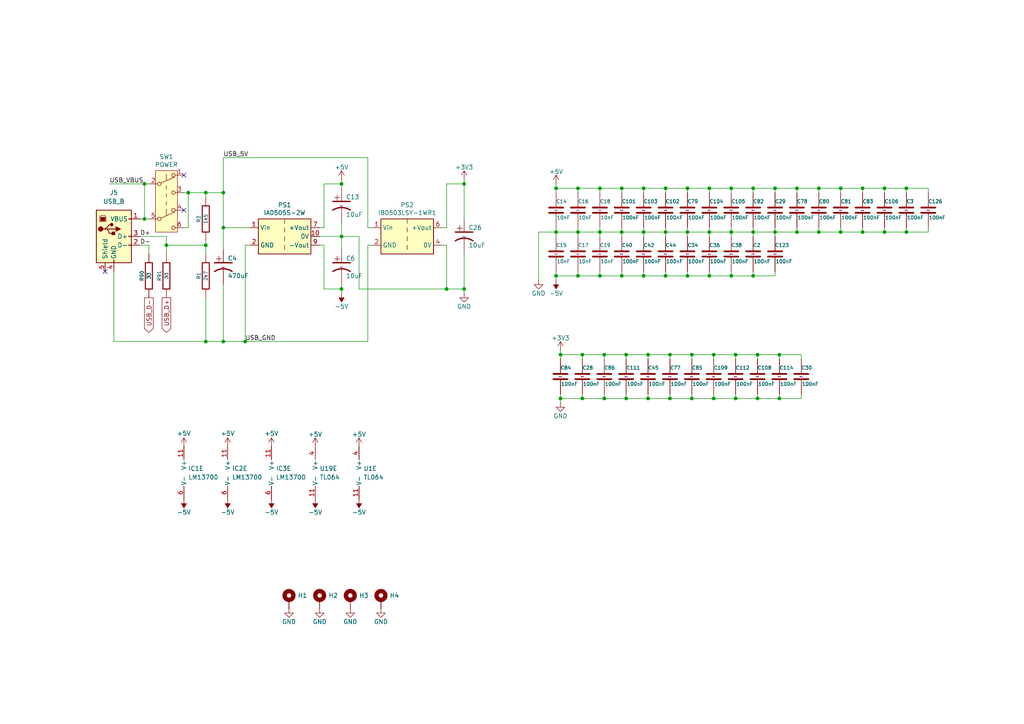
<source format=kicad_sch>
(kicad_sch (version 20231120) (generator "eeschema") (generator_version "8.0")
  (paper "A4")
  (lib_symbols
    (symbol "Additional:C" (pin_numbers hide) (pin_names (offset 0.254))
      (property "Reference" "C" (at 0 2.54 0))
      (property "Datasheet" "~" (at 0 0 0))
      (symbol "C_1_1"
        (pin passive line (at 0 5.08 270) (length 4.318) (name "~") (number "1"))
        (pin passive line (at 0 -5.08 90) (length 4.318) (name "~") (number "2"))
      )
    )
    (symbol "Additional:CP" (pin_numbers hide) (pin_names (offset 0.254) hide)
      (property "Reference" "C" (at 1.27 2.54 0))
      (property "Datasheet" "~" (at 0 0 0))
      (symbol "CP_0_0"
        (text "+" (at -1.27 2.54 0) (effects (font (size 2.032 2.032))))
      )
      (symbol "CP_1_1"
        (pin passive line (at 0 5.08 270) (length 3.81) (name "~") (number "1"))
        (pin passive line (at 0 -5.08 90) (length 4.572) (name "~") (number "2"))
      )
    )
    (symbol "Additional:IA0505S-2W"
      (property "Reference" "PS1" (at 0 10.16 0))
      (property "Value" "IA0505S-2W" (at 0 7.62 0))
      (symbol "IA0505S-2W_1_0"
        (pin power_in line (at -10.16 2.54 0) (length 2.54) (name "Vin") (number "1"))
        (pin power_out line (at 10.16 0 180) (length 2.54) (name "0V") (number "10"))
        (pin power_in line (at -10.16 -2.54 0) (length 2.54) (name "GND") (number "2"))
        (pin power_out line (at 10.16 2.54 180) (length 2.54) (name "+Vout") (number "7"))
        (pin power_out line (at 10.16 -2.54 180) (length 2.54) (name "-Vout") (number "9"))
      )
    )
    (symbol "Additional:IB0503LSY-1WR1"
      (property "Reference" "PS" (at 0 10.16 0))
      (property "Value" "IB0503LSY-1WR1" (at 0 7.62 0))
      (symbol "IB0503LSY-1WR1_1_0"
        (pin power_in line (at -10.16 2.54 0) (length 2.54) (name "Vin") (number "1"))
        (pin power_in line (at -10.16 -2.54 0) (length 2.54) (name "GND") (number "2"))
        (pin power_out line (at 10.16 -2.54 180) (length 2.54) (name "0V") (number "4"))
        (pin power_out line (at 10.16 2.54 180) (length 2.54) (name "+Vout") (number "6"))
      )
    )
    (symbol "Additional:R" (pin_numbers hide) (pin_names (offset 0))
      (property "Reference" "R" (at 2.032 0 90))
      (property "Datasheet" "~" (at 0 0 0))
      (symbol "R_1_1"
        (pin passive line (at 0 6.35 270) (length 2.54) (name "~") (number "1"))
        (pin passive line (at 0 -6.35 90) (length 2.54) (name "~") (number "2"))
      )
    )
    (symbol "Amplifier_Operational:LM13700" (pin_names (offset 0.127))
      (property "Reference" "U" (at 3.81 5.08 0))
      (property "Value" "LM13700" (at 5.08 -5.08 0))
      (symbol "LM13700_1_1"
        (pin output line (at 7.62 0 180) (length 2.54) (name "~") (number "12"))
        (pin input line (at -7.62 2.54 0) (length 2.54) (name "-") (number "13"))
        (pin input line (at -7.62 -2.54 0) (length 2.54) (name "+") (number "14"))
        (pin input line (at -7.62 0 0) (length 2.54) (name "DIODE_BIAS") (number "15"))
        (pin input line (at 7.62 -2.54 180) (length 2.54) (name "~") (number "16"))
      )
      (symbol "LM13700_2_1"
        (text "V+" (at -2.54 3.81 0) (effects (font (size 1.27 1.27))))
        (pin input line (at -7.62 0 0) (length 3.81) (name "~") (number "10"))
        (pin output line (at 2.54 -2.54 180) (length 3.81) (name "~") (number "9"))
      )
      (symbol "LM13700_3_1"
        (pin input line (at 7.62 -2.54 180) (length 2.54) (name "~") (number "1"))
        (pin input line (at -7.62 0 0) (length 2.54) (name "DIODE_BIAS") (number "2"))
        (pin input line (at -7.62 -2.54 0) (length 2.54) (name "+") (number "3"))
        (pin input line (at -7.62 2.54 0) (length 2.54) (name "-") (number "4"))
        (pin output line (at 7.62 0 180) (length 2.54) (name "~") (number "5"))
      )
      (symbol "LM13700_4_0"
        (text "V+" (at -2.54 3.81 0) (effects (font (size 1.27 1.27))))
      )
      (symbol "LM13700_4_1"
        (pin input line (at -7.62 0 0) (length 3.81) (name "~") (number "7"))
        (pin output line (at 2.54 -2.54 180) (length 3.81) (name "~") (number "8"))
      )
      (symbol "LM13700_5_1"
        (pin power_in line (at -2.54 7.62 270) (length 3.81) (name "V+") (number "11"))
        (pin power_in line (at -2.54 -7.62 90) (length 3.81) (name "V-") (number "6"))
      )
    )
    (symbol "Amplifier_Operational:TL064" (pin_names (offset 0.127))
      (property "Reference" "U" (at 0 5.08 0))
      (property "Value" "TL064" (at 0 -5.08 0))
      (symbol "TL064_1_1"
        (pin output line (at 7.62 0 180) (length 2.54) (name "~") (number "1"))
        (pin input line (at -7.62 -2.54 0) (length 2.54) (name "-") (number "2"))
        (pin input line (at -7.62 2.54 0) (length 2.54) (name "+") (number "3"))
      )
      (symbol "TL064_2_1"
        (pin input line (at -7.62 2.54 0) (length 2.54) (name "+") (number "5"))
        (pin input line (at -7.62 -2.54 0) (length 2.54) (name "-") (number "6"))
        (pin output line (at 7.62 0 180) (length 2.54) (name "~") (number "7"))
      )
      (symbol "TL064_3_1"
        (pin input line (at -7.62 2.54 0) (length 2.54) (name "+") (number "10"))
        (pin output line (at 7.62 0 180) (length 2.54) (name "~") (number "8"))
        (pin input line (at -7.62 -2.54 0) (length 2.54) (name "-") (number "9"))
      )
      (symbol "TL064_4_1"
        (pin input line (at -7.62 2.54 0) (length 2.54) (name "+") (number "12"))
        (pin input line (at -7.62 -2.54 0) (length 2.54) (name "-") (number "13"))
        (pin output line (at 7.62 0 180) (length 2.54) (name "~") (number "14"))
      )
      (symbol "TL064_5_1"
        (pin power_in line (at -2.54 -7.62 90) (length 3.81) (name "V-") (number "11"))
        (pin power_in line (at -2.54 7.62 270) (length 3.81) (name "V+") (number "4"))
      )
    )
    (symbol "Connector:USB_B" (pin_names (offset 1.016))
      (property "Reference" "J" (at -5.08 11.43 0))
      (property "Value" "USB_B" (at -5.08 8.89 0))
      (symbol "USB_B_1_1"
        (pin power_out line (at 7.62 5.08 180) (length 2.54) (name "VBUS") (number "1"))
        (pin bidirectional line (at 7.62 -2.54 180) (length 2.54) (name "D-") (number "2"))
        (pin bidirectional line (at 7.62 0 180) (length 2.54) (name "D+") (number "3"))
        (pin power_out line (at 0 -10.16 90) (length 2.54) (name "GND") (number "4"))
        (pin passive line (at -2.54 -10.16 90) (length 2.54) (name "Shield") (number "5"))
      )
    )
    (symbol "Mechanical:MountingHole_Pad" (pin_numbers hide) (pin_names (offset 1.016) hide) (exclude_from_sim yes) (in_bom no)
      (property "Reference" "H" (at 0 6.35 0))
      (property "Value" "MountingHole_Pad" (at 0 4.445 0))
      (symbol "MountingHole_Pad_1_1"
        (pin input line (at 0 -2.54 90) (length 2.54) (name "1") (number "1"))
      )
    )
    (symbol "Switch:SW_Push_DPDT" (pin_names (offset 0) hide)
      (property "Reference" "SW" (at 0 10.16 0))
      (property "Value" "SW_Push_DPDT" (at 0 -10.16 0))
      (symbol "SW_Push_DPDT_1_1"
        (pin passive line (at 5.08 7.62 180) (length 2.54) (name "A") (number "1"))
        (pin passive line (at -5.08 5.08 0) (length 2.54) (name "B") (number "2"))
        (pin passive line (at 5.08 2.54 180) (length 2.54) (name "C") (number "3"))
        (pin passive line (at 5.08 -2.54 180) (length 2.54) (name "A") (number "4"))
        (pin passive line (at -5.08 -5.08 0) (length 2.54) (name "B") (number "5"))
        (pin passive line (at 5.08 -7.62 180) (length 2.54) (name "C") (number "6"))
      )
    )
    (symbol "power:+3V3" (power) (pin_numbers hide) (pin_names (offset 0) hide)
      (property "Value" "+3V3" (at 0 3.556 0))
      (symbol "+3V3_1_1"
        (pin power_in line (at 0 0 90) (length 0) (name "~") (number "1"))
      )
    )
    (symbol "power:+5V" (power) (pin_numbers hide) (pin_names (offset 0) hide)
      (property "Value" "+5V" (at 0 3.556 0))
      (symbol "+5V_1_1"
        (pin power_in line (at 0 0 90) (length 0) (name "~") (number "1"))
      )
    )
    (symbol "power:-5V" (power) (pin_numbers hide) (pin_names (offset 0) hide)
      (property "Value" "-5V" (at 0 3.556 0))
      (symbol "-5V_0_0"
        (pin power_in line (at 0 0 90) (length 0) (name "~") (number "1"))
      )
    )
    (symbol "power:GND" (power) (pin_numbers hide) (pin_names (offset 0) hide)
      (property "Value" "GND" (at 0 -3.81 0))
      (symbol "GND_1_1"
        (pin power_in line (at 0 0 270) (length 0) (name "~") (number "1"))
      )
    )
  )
  (junction (at 186.69 67.31))
  (junction (at 256.54 54.61))
  (junction (at 173.99 67.31))
  (junction (at 199.39 80.01))
  (junction (at 224.79 67.31))
  (junction (at 134.62 83.82))
  (junction (at 186.69 54.61))
  (junction (at 212.09 54.61))
  (junction (at 48.26 71.12))
  (junction (at 243.84 54.61))
  (junction (at 175.26 115.57))
  (junction (at 219.71 102.87))
  (junction (at 205.74 80.01))
  (junction (at 205.74 67.31))
  (junction (at 226.06 102.87))
  (junction (at 180.34 54.61))
  (junction (at 64.77 99.06))
  (junction (at 129.54 83.82))
  (junction (at 54.61 55.88))
  (junction (at 167.64 67.31))
  (junction (at 219.71 115.57))
  (junction (at 186.69 80.01))
  (junction (at 194.31 102.87))
  (junction (at 224.79 54.61))
  (junction (at 181.61 102.87))
  (junction (at 218.44 80.01))
  (junction (at 237.49 54.61))
  (junction (at 200.66 115.57))
  (junction (at 226.06 115.57))
  (junction (at 99.06 68.58))
  (junction (at 194.31 115.57))
  (junction (at 161.29 80.01))
  (junction (at 262.89 67.31))
  (junction (at 218.44 67.31))
  (junction (at 173.99 54.61))
  (junction (at 59.69 71.12))
  (junction (at 193.04 67.31))
  (junction (at 200.66 102.87))
  (junction (at 187.96 115.57))
  (junction (at 99.06 53.34))
  (junction (at 243.84 67.31))
  (junction (at 212.09 80.01))
  (junction (at 181.61 115.57))
  (junction (at 218.44 54.61))
  (junction (at 180.34 80.01))
  (junction (at 205.74 54.61))
  (junction (at 64.77 66.04))
  (junction (at 250.19 67.31))
  (junction (at 173.99 80.01))
  (junction (at 207.01 102.87))
  (junction (at 207.01 115.57))
  (junction (at 193.04 54.61))
  (junction (at 59.69 99.06))
  (junction (at 213.36 115.57))
  (junction (at 231.14 54.61))
  (junction (at 162.56 115.57))
  (junction (at 161.29 67.31))
  (junction (at 199.39 67.31))
  (junction (at 175.26 102.87))
  (junction (at 59.69 55.88))
  (junction (at 256.54 67.31))
  (junction (at 231.14 67.31))
  (junction (at 41.91 63.5))
  (junction (at 134.62 53.34))
  (junction (at 167.64 80.01))
  (junction (at 41.91 53.34))
  (junction (at 193.04 80.01))
  (junction (at 168.91 102.87))
  (junction (at 250.19 54.61))
  (junction (at 199.39 54.61))
  (junction (at 180.34 67.31))
  (junction (at 162.56 102.87))
  (junction (at 212.09 67.31))
  (junction (at 99.06 83.82))
  (junction (at 262.89 54.61))
  (junction (at 161.29 54.61))
  (junction (at 71.12 99.06))
  (junction (at 237.49 67.31))
  (junction (at 167.64 54.61))
  (junction (at 187.96 102.87))
  (junction (at 64.77 55.88))
  (junction (at 168.91 115.57))
  (junction (at 213.36 102.87))
  (no_connect (at 53.34 50.8))
  (no_connect (at 53.34 60.96))
  (no_connect (at 30.48 78.74))
  (wire (pts (xy 167.64 67.31) (xy 173.99 67.31)))
  (wire (pts (xy 199.39 54.61) (xy 199.39 55.88)))
  (wire (pts (xy 71.12 71.12) (xy 71.12 99.06)))
  (wire (pts (xy 212.09 54.61) (xy 218.44 54.61)))
  (wire (pts (xy 64.77 66.04) (xy 72.39 66.04)))
  (wire (pts (xy 64.77 55.88) (xy 64.77 45.72)))
  (wire (pts (xy 200.66 115.57) (xy 200.66 114.3)))
  (wire (pts (xy 237.49 67.31) (xy 243.84 67.31)))
  (wire (pts (xy 134.62 73.66) (xy 134.62 83.82)))
  (wire (pts (xy 207.01 104.14) (xy 207.01 102.87)))
  (wire (pts (xy 168.91 102.87) (xy 175.26 102.87)))
  (wire (pts (xy 99.06 83.82) (xy 99.06 85.09)))
  (wire (pts (xy 173.99 80.01) (xy 180.34 80.01)))
  (wire (pts (xy 226.06 115.57) (xy 226.06 114.3)))
  (wire (pts (xy 64.77 55.88) (xy 64.77 66.04)))
  (wire (pts (xy 48.26 71.12) (xy 59.69 71.12)))
  (wire (pts (xy 64.77 45.72) (xy 106.68 45.72)))
  (wire (pts (xy 180.34 54.61) (xy 180.34 55.88)))
  (wire (pts (xy 199.39 67.31) (xy 205.74 67.31)))
  (wire (pts (xy 193.04 67.31) (xy 193.04 66.04)))
  (wire (pts (xy 134.62 52.07) (xy 134.62 53.34)))
  (wire (pts (xy 104.14 68.58) (xy 104.14 83.82)))
  (wire (pts (xy 250.19 67.31) (xy 256.54 67.31)))
  (wire (pts (xy 180.34 67.31) (xy 186.69 67.31)))
  (wire (pts (xy 194.31 115.57) (xy 200.66 115.57)))
  (wire (pts (xy 180.34 67.31) (xy 180.34 68.58)))
  (wire (pts (xy 186.69 67.31) (xy 186.69 66.04)))
  (wire (pts (xy 218.44 54.61) (xy 224.79 54.61)))
  (wire (pts (xy 224.79 67.31) (xy 231.14 67.31)))
  (wire (pts (xy 106.68 71.12) (xy 107.95 71.12)))
  (wire (pts (xy 207.01 102.87) (xy 213.36 102.87)))
  (wire (pts (xy 212.09 67.31) (xy 212.09 66.04)))
  (wire (pts (xy 194.31 115.57) (xy 194.31 114.3)))
  (wire (pts (xy 129.54 71.12) (xy 129.54 83.82)))
  (wire (pts (xy 256.54 66.04) (xy 256.54 67.31)))
  (wire (pts (xy 213.36 102.87) (xy 213.36 104.14)))
  (wire (pts (xy 181.61 102.87) (xy 181.61 104.14)))
  (wire (pts (xy 226.06 104.14) (xy 226.06 102.87)))
  (wire (pts (xy 162.56 101.6) (xy 162.56 102.87)))
  (wire (pts (xy 161.29 54.61) (xy 167.64 54.61)))
  (wire (pts (xy 186.69 67.31) (xy 186.69 68.58)))
  (wire (pts (xy 99.06 52.07) (xy 99.06 53.34)))
  (wire (pts (xy 213.36 102.87) (xy 219.71 102.87)))
  (wire (pts (xy 173.99 67.31) (xy 173.99 68.58)))
  (wire (pts (xy 168.91 115.57) (xy 175.26 115.57)))
  (wire (pts (xy 269.24 55.88) (xy 269.24 54.61)))
  (wire (pts (xy 64.77 82.55) (xy 64.77 99.06)))
  (wire (pts (xy 205.74 54.61) (xy 212.09 54.61)))
  (wire (pts (xy 219.71 115.57) (xy 226.06 115.57)))
  (wire (pts (xy 224.79 54.61) (xy 231.14 54.61)))
  (wire (pts (xy 59.69 86.36) (xy 59.69 99.06)))
  (wire (pts (xy 205.74 54.61) (xy 205.74 55.88)))
  (wire (pts (xy 193.04 80.01) (xy 193.04 78.74)))
  (wire (pts (xy 175.26 115.57) (xy 175.26 114.3)))
  (wire (pts (xy 256.54 54.61) (xy 250.19 54.61)))
  (wire (pts (xy 231.14 66.04) (xy 231.14 67.31)))
  (wire (pts (xy 224.79 67.31) (xy 224.79 66.04)))
  (wire (pts (xy 193.04 67.31) (xy 199.39 67.31)))
  (wire (pts (xy 92.71 66.04) (xy 93.98 66.04)))
  (wire (pts (xy 59.69 69.85) (xy 59.69 71.12)))
  (wire (pts (xy 231.14 54.61) (xy 237.49 54.61)))
  (wire (pts (xy 224.79 67.31) (xy 224.79 68.58)))
  (wire (pts (xy 256.54 55.88) (xy 256.54 54.61)))
  (wire (pts (xy 218.44 54.61) (xy 218.44 55.88)))
  (wire (pts (xy 54.61 55.88) (xy 54.61 66.04)))
  (wire (pts (xy 199.39 67.31) (xy 199.39 66.04)))
  (wire (pts (xy 71.12 99.06) (xy 106.68 99.06)))
  (wire (pts (xy 200.66 102.87) (xy 200.66 104.14)))
  (wire (pts (xy 212.09 67.31) (xy 212.09 68.58)))
  (wire (pts (xy 237.49 66.04) (xy 237.49 67.31)))
  (wire (pts (xy 186.69 80.01) (xy 186.69 78.74)))
  (wire (pts (xy 41.91 63.5) (xy 43.18 63.5)))
  (wire (pts (xy 33.02 78.74) (xy 33.02 99.06)))
  (wire (pts (xy 173.99 66.04) (xy 173.99 67.31)))
  (wire (pts (xy 161.29 53.34) (xy 161.29 54.61)))
  (wire (pts (xy 48.26 68.58) (xy 40.64 68.58)))
  (wire (pts (xy 99.06 68.58) (xy 99.06 72.39)))
  (wire (pts (xy 64.77 99.06) (xy 59.69 99.06)))
  (wire (pts (xy 194.31 102.87) (xy 194.31 104.14)))
  (wire (pts (xy 31.75 53.34) (xy 41.91 53.34)))
  (wire (pts (xy 173.99 67.31) (xy 180.34 67.31)))
  (wire (pts (xy 213.36 115.57) (xy 213.36 114.3)))
  (wire (pts (xy 43.18 53.34) (xy 41.91 53.34)))
  (wire (pts (xy 33.02 99.06) (xy 59.69 99.06)))
  (wire (pts (xy 243.84 54.61) (xy 250.19 54.61)))
  (wire (pts (xy 167.64 54.61) (xy 173.99 54.61)))
  (wire (pts (xy 212.09 67.31) (xy 218.44 67.31)))
  (wire (pts (xy 205.74 67.31) (xy 212.09 67.31)))
  (wire (pts (xy 218.44 78.74) (xy 218.44 80.01)))
  (wire (pts (xy 92.71 68.58) (xy 99.06 68.58)))
  (wire (pts (xy 134.62 53.34) (xy 134.62 63.5)))
  (wire (pts (xy 156.21 67.31) (xy 161.29 67.31)))
  (wire (pts (xy 194.31 102.87) (xy 200.66 102.87)))
  (wire (pts (xy 156.21 81.28) (xy 156.21 67.31)))
  (wire (pts (xy 213.36 115.57) (xy 219.71 115.57)))
  (wire (pts (xy 64.77 99.06) (xy 71.12 99.06)))
  (wire (pts (xy 262.89 54.61) (xy 262.89 55.88)))
  (wire (pts (xy 134.62 83.82) (xy 134.62 85.09)))
  (wire (pts (xy 219.71 114.3) (xy 219.71 115.57)))
  (wire (pts (xy 161.29 54.61) (xy 161.29 55.88)))
  (wire (pts (xy 162.56 114.3) (xy 162.56 115.57)))
  (wire (pts (xy 64.77 55.88) (xy 59.69 55.88)))
  (wire (pts (xy 232.41 102.87) (xy 232.41 104.14)))
  (wire (pts (xy 193.04 67.31) (xy 193.04 68.58)))
  (wire (pts (xy 59.69 73.66) (xy 59.69 71.12)))
  (wire (pts (xy 224.79 78.74) (xy 224.79 80.01)))
  (wire (pts (xy 199.39 78.74) (xy 199.39 80.01)))
  (wire (pts (xy 161.29 67.31) (xy 167.64 67.31)))
  (wire (pts (xy 53.34 55.88) (xy 54.61 55.88)))
  (wire (pts (xy 250.19 66.04) (xy 250.19 67.31)))
  (wire (pts (xy 173.99 54.61) (xy 173.99 55.88)))
  (wire (pts (xy 186.69 67.31) (xy 193.04 67.31)))
  (wire (pts (xy 226.06 115.57) (xy 232.41 115.57)))
  (wire (pts (xy 205.74 80.01) (xy 212.09 80.01)))
  (wire (pts (xy 187.96 115.57) (xy 194.31 115.57)))
  (wire (pts (xy 162.56 115.57) (xy 162.56 116.84)))
  (wire (pts (xy 193.04 80.01) (xy 199.39 80.01)))
  (wire (pts (xy 175.26 115.57) (xy 181.61 115.57)))
  (wire (pts (xy 181.61 115.57) (xy 181.61 114.3)))
  (wire (pts (xy 92.71 71.12) (xy 93.98 71.12)))
  (wire (pts (xy 180.34 54.61) (xy 186.69 54.61)))
  (wire (pts (xy 175.26 102.87) (xy 175.26 104.14)))
  (wire (pts (xy 161.29 78.74) (xy 161.29 80.01)))
  (wire (pts (xy 180.34 80.01) (xy 180.34 78.74)))
  (wire (pts (xy 43.18 71.12) (xy 43.18 73.66)))
  (wire (pts (xy 93.98 71.12) (xy 93.98 83.82)))
  (wire (pts (xy 106.68 66.04) (xy 107.95 66.04)))
  (wire (pts (xy 167.64 78.74) (xy 167.64 80.01)))
  (wire (pts (xy 173.99 80.01) (xy 173.99 78.74)))
  (wire (pts (xy 40.64 63.5) (xy 41.91 63.5)))
  (wire (pts (xy 187.96 104.14) (xy 187.96 102.87)))
  (wire (pts (xy 187.96 115.57) (xy 187.96 114.3)))
  (wire (pts (xy 226.06 102.87) (xy 232.41 102.87)))
  (wire (pts (xy 161.29 67.31) (xy 161.29 68.58)))
  (wire (pts (xy 186.69 54.61) (xy 193.04 54.61)))
  (wire (pts (xy 181.61 115.57) (xy 187.96 115.57)))
  (wire (pts (xy 250.19 54.61) (xy 250.19 55.88)))
  (wire (pts (xy 93.98 66.04) (xy 93.98 53.34)))
  (wire (pts (xy 93.98 83.82) (xy 99.06 83.82)))
  (wire (pts (xy 224.79 54.61) (xy 224.79 55.88)))
  (wire (pts (xy 48.26 68.58) (xy 48.26 71.12)))
  (wire (pts (xy 53.34 66.04) (xy 54.61 66.04)))
  (wire (pts (xy 180.34 67.31) (xy 180.34 66.04)))
  (wire (pts (xy 218.44 80.01) (xy 224.79 80.01)))
  (wire (pts (xy 207.01 115.57) (xy 213.36 115.57)))
  (wire (pts (xy 186.69 80.01) (xy 193.04 80.01)))
  (wire (pts (xy 161.29 80.01) (xy 161.29 81.28)))
  (wire (pts (xy 199.39 80.01) (xy 205.74 80.01)))
  (wire (pts (xy 199.39 54.61) (xy 205.74 54.61)))
  (wire (pts (xy 205.74 78.74) (xy 205.74 80.01)))
  (wire (pts (xy 269.24 67.31) (xy 262.89 67.31)))
  (wire (pts (xy 269.24 66.04) (xy 269.24 67.31)))
  (wire (pts (xy 72.39 71.12) (xy 71.12 71.12)))
  (wire (pts (xy 168.91 115.57) (xy 168.91 114.3)))
  (wire (pts (xy 64.77 66.04) (xy 64.77 72.39)))
  (wire (pts (xy 207.01 115.57) (xy 207.01 114.3)))
  (wire (pts (xy 187.96 102.87) (xy 194.31 102.87)))
  (wire (pts (xy 205.74 67.31) (xy 205.74 68.58)))
  (wire (pts (xy 262.89 54.61) (xy 256.54 54.61)))
  (wire (pts (xy 161.29 80.01) (xy 167.64 80.01)))
  (wire (pts (xy 167.64 66.04) (xy 167.64 67.31)))
  (wire (pts (xy 218.44 67.31) (xy 218.44 66.04)))
  (wire (pts (xy 167.64 80.01) (xy 173.99 80.01)))
  (wire (pts (xy 93.98 53.34) (xy 99.06 53.34)))
  (wire (pts (xy 129.54 66.04) (xy 129.54 53.34)))
  (wire (pts (xy 219.71 102.87) (xy 219.71 104.14)))
  (wire (pts (xy 243.84 54.61) (xy 243.84 55.88)))
  (wire (pts (xy 219.71 102.87) (xy 226.06 102.87)))
  (wire (pts (xy 181.61 102.87) (xy 187.96 102.87)))
  (wire (pts (xy 106.68 45.72) (xy 106.68 66.04)))
  (wire (pts (xy 186.69 54.61) (xy 186.69 55.88)))
  (wire (pts (xy 231.14 55.88) (xy 231.14 54.61)))
  (wire (pts (xy 243.84 67.31) (xy 250.19 67.31)))
  (wire (pts (xy 162.56 115.57) (xy 168.91 115.57)))
  (wire (pts (xy 173.99 54.61) (xy 180.34 54.61)))
  (wire (pts (xy 167.64 54.61) (xy 167.64 55.88)))
  (wire (pts (xy 180.34 80.01) (xy 186.69 80.01)))
  (wire (pts (xy 99.06 64.77) (xy 99.06 68.58)))
  (wire (pts (xy 237.49 54.61) (xy 243.84 54.61)))
  (wire (pts (xy 232.41 115.57) (xy 232.41 114.3)))
  (wire (pts (xy 168.91 104.14) (xy 168.91 102.87)))
  (wire (pts (xy 218.44 67.31) (xy 224.79 67.31)))
  (wire (pts (xy 231.14 67.31) (xy 237.49 67.31)))
  (wire (pts (xy 54.61 55.88) (xy 59.69 55.88)))
  (wire (pts (xy 41.91 53.34) (xy 41.91 63.5)))
  (wire (pts (xy 161.29 66.04) (xy 161.29 67.31)))
  (wire (pts (xy 162.56 102.87) (xy 168.91 102.87)))
  (wire (pts (xy 262.89 67.31) (xy 256.54 67.31)))
  (wire (pts (xy 200.66 102.87) (xy 207.01 102.87)))
  (wire (pts (xy 99.06 82.55) (xy 99.06 83.82)))
  (wire (pts (xy 99.06 53.34) (xy 99.06 54.61)))
  (wire (pts (xy 104.14 83.82) (xy 129.54 83.82)))
  (wire (pts (xy 218.44 80.01) (xy 212.09 80.01)))
  (wire (pts (xy 99.06 68.58) (xy 104.14 68.58)))
  (wire (pts (xy 106.68 99.06) (xy 106.68 71.12)))
  (wire (pts (xy 218.44 67.31) (xy 218.44 68.58)))
  (wire (pts (xy 128.27 66.04) (xy 129.54 66.04)))
  (wire (pts (xy 129.54 53.34) (xy 134.62 53.34)))
  (wire (pts (xy 200.66 115.57) (xy 207.01 115.57)))
  (wire (pts (xy 43.18 71.12) (xy 40.64 71.12)))
  (wire (pts (xy 162.56 102.87) (xy 162.56 104.14)))
  (wire (pts (xy 167.64 67.31) (xy 167.64 68.58)))
  (wire (pts (xy 262.89 66.04) (xy 262.89 67.31)))
  (wire (pts (xy 199.39 67.31) (xy 199.39 68.58)))
  (wire (pts (xy 237.49 54.61) (xy 237.49 55.88)))
  (wire (pts (xy 212.09 54.61) (xy 212.09 55.88)))
  (wire (pts (xy 193.04 54.61) (xy 193.04 55.88)))
  (wire (pts (xy 59.69 55.88) (xy 59.69 57.15)))
  (wire (pts (xy 269.24 54.61) (xy 262.89 54.61)))
  (wire (pts (xy 128.27 71.12) (xy 129.54 71.12)))
  (wire (pts (xy 212.09 78.74) (xy 212.09 80.01)))
  (wire (pts (xy 193.04 54.61) (xy 199.39 54.61)))
  (wire (pts (xy 48.26 71.12) (xy 48.26 73.66)))
  (wire (pts (xy 205.74 67.31) (xy 205.74 66.04)))
  (wire (pts (xy 175.26 102.87) (xy 181.61 102.87)))
  (wire (pts (xy 129.54 83.82) (xy 134.62 83.82)))
  (wire (pts (xy 243.84 66.04) (xy 243.84 67.31)))
  (label "USB_GND" (at 71.12 99.06 0))
  (label "USB_5V" (at 64.77 45.72 0))
  (label "D-" (at 40.64 71.12 0))
  (label "USB_VBUS" (at 31.75 53.34 0))
  (label "D+" (at 40.64 68.58 0))
  (global_label "USB_D+" (shape output) (at 48.26 86.36 270) (property "Intersheetrefs" "${INTERSHEET_REFS}" (effects (hide yes))))
  (global_label "USB_D-" (shape output) (at 43.18 86.36 270) (property "Intersheetrefs" "${INTERSHEET_REFS}" (effects (hide yes))))
  (symbol (lib_id "Additional:C") (at 173.99 73.66 0) (unit 1)
    (property "Reference" "C19" (at 173.99 71.12 0) (effects (font (size 1.016 1.016)) (justify left)))
    (property "Value" "10nF" (at 174.1424 75.819 0) (effects (font (size 1.016 1.016)) (justify left)))
    (property "Footprint" "Capacitor_SMD:C_0805_2012Metric" (effects (hide yes)))
    (property "Datasheet" "~" (at 173.99 73.66 0) (effects (font (size 1.524 1.524))))
    (property "LCSC" "C1710" (effects (hide yes)))
  )
  (symbol (lib_id "Additional:C") (at 173.99 60.96 0) (unit 1)
    (property "Reference" "C18" (at 173.99 58.42 0) (effects (font (size 1.016 1.016)) (justify left)))
    (property "Value" "10nF" (at 174.1424 63.119 0) (effects (font (size 1.016 1.016)) (justify left)))
    (property "Footprint" "Capacitor_SMD:C_0805_2012Metric" (effects (hide yes)))
    (property "Datasheet" "~" (at 173.99 60.96 0) (effects (font (size 1.524 1.524))))
    (property "LCSC" "C1710" (effects (hide yes)))
  )
  (symbol (lib_id "Additional:CP") (at 134.62 68.58 0) (unit 1)
    (property "Reference" "C26" (at 135.89 66.04 0) (effects (justify left)))
    (property "Value" "10uF" (at 135.89 71.12 0) (effects (justify left)))
    (property "Footprint" "Capacitor_Tantalum_SMD:CP_EIA-3216-18_Kemet-A" (effects (hide yes)))
    (property "Datasheet" "~" (at 134.62 68.58 0) (effects (font (size 1.524 1.524))))
    (property "LCSC" "C7171" (effects (hide yes)))
  )
  (symbol (lib_id "power:+5V") (at 99.06 52.07 0) (unit 1)
    (property "Reference" "#PWR010" (effects (hide yes)))
    (property "Value" "+5V" (at 99.06 48.514 0))
    (property "Description" "Power symbol creates a global label with name \"+5V\"" (effects (hide yes)))
  )
  (symbol (lib_id "Additional:C") (at 207.01 109.22 0) (unit 1)
    (property "Reference" "C109" (at 207.01 106.68 0) (effects (font (size 1.016 1.016)) (justify left)))
    (property "Value" "100nF" (at 207.1624 111.379 0) (effects (font (size 1.016 1.016)) (justify left)))
    (property "Footprint" "Capacitor_SMD:C_0805_2012Metric" (effects (hide yes)))
    (property "Datasheet" "~" (at 207.01 109.22 0) (effects (font (size 1.524 1.524))))
    (property "LCSC" "C28233" (effects (hide yes)))
  )
  (symbol (lib_id "Additional:C") (at 231.14 60.96 0) (unit 1)
    (property "Reference" "C78" (at 231.14 58.42 0) (effects (font (size 1.016 1.016)) (justify left)))
    (property "Value" "100nF" (at 231.2924 63.119 0) (effects (font (size 1.016 1.016)) (justify left)))
    (property "Footprint" "Capacitor_SMD:C_0805_2012Metric" (effects (hide yes)))
    (property "Datasheet" "~" (at 231.14 60.96 0) (effects (font (size 1.524 1.524))))
    (property "LCSC" "C28233" (effects (hide yes)))
  )
  (symbol (lib_id "power:GND") (at 110.49 176.53 0) (unit 1)
    (property "Reference" "#PWR055" (effects (hide yes)))
    (property "Value" "GND" (at 110.49 180.34 0))
    (property "Description" "Power symbol creates a global label with name \"GND\" , ground" (effects (hide yes)))
  )
  (symbol (lib_id "Amplifier_Operational:TL064") (at 106.68 137.16 0) (unit 5)
    (property "Reference" "U1" (at 105.41 135.8899 0) (effects (justify left)))
    (property "Value" "TL064" (at 105.41 138.4299 0) (effects (justify left)))
    (property "Footprint" "Package_SO:SO-14_3.9x8.65mm_P1.27mm" (effects (hide yes)))
    (property "Datasheet" "http://www.ti.com/lit/ds/symlink/tl061.pdf" (effects (hide yes)))
    (property "Description" "Quad Low-Power JFET-Input Operational Amplifiers, DIP-14/SOIC-14/SSOP-14" (effects (hide yes)))
    (property "LCSC" "C6959" (effects (hide yes)))
  )
  (symbol (lib_id "Additional:C") (at 205.74 60.96 0) (unit 1)
    (property "Reference" "C104" (at 205.74 58.42 0) (effects (font (size 1.016 1.016)) (justify left)))
    (property "Value" "100nF" (at 205.8924 63.119 0) (effects (font (size 1.016 1.016)) (justify left)))
    (property "Footprint" "Capacitor_SMD:C_0805_2012Metric" (effects (hide yes)))
    (property "Datasheet" "~" (at 205.74 60.96 0) (effects (font (size 1.524 1.524))))
    (property "LCSC" "C28233" (effects (hide yes)))
  )
  (symbol (lib_id "Additional:C") (at 218.44 60.96 0) (unit 1)
    (property "Reference" "C82" (at 218.44 58.42 0) (effects (font (size 1.016 1.016)) (justify left)))
    (property "Value" "100nF" (at 218.5924 63.119 0) (effects (font (size 1.016 1.016)) (justify left)))
    (property "Footprint" "Capacitor_SMD:C_0805_2012Metric" (effects (hide yes)))
    (property "Datasheet" "~" (at 218.44 60.96 0) (effects (font (size 1.524 1.524))))
    (property "LCSC" "C28233" (effects (hide yes)))
  )
  (symbol (lib_id "Additional:C") (at 161.29 60.96 0) (unit 1)
    (property "Reference" "C14" (at 161.29 58.42 0) (effects (font (size 1.016 1.016)) (justify left)))
    (property "Value" "10nF" (at 161.4424 63.119 0) (effects (font (size 1.016 1.016)) (justify left)))
    (property "Footprint" "Capacitor_SMD:C_0805_2012Metric" (effects (hide yes)))
    (property "Datasheet" "~" (at 161.29 60.96 0) (effects (font (size 1.524 1.524))))
    (property "LCSC" "C1710" (effects (hide yes)))
  )
  (symbol (lib_id "Mechanical:MountingHole_Pad") (at 101.6 173.99 0) (unit 1) (exclude_from_sim yes) (in_bom no)
    (property "Reference" "H3" (at 104.14 172.7199 0) (effects (justify left)))
    (property "Value" "MountingHole_Pad" (effects (hide yes)))
    (property "Footprint" "MountingHole:MountingHole_4mm_Pad" (effects (hide yes)))
    (property "Description" "Mounting Hole with connection" (effects (hide yes)))
  )
  (symbol (lib_id "Switch:SW_Push_DPDT") (at 48.26 58.42 0) (unit 1)
    (property "Reference" "SW1" (at 48.26 45.466 0))
    (property "Value" "POWER" (at 48.26 47.752 0))
    (property "Footprint" "Additional:SPUN192600" (effects (hide yes)))
    (property "Description" "Momentary Switch, dual pole double throw" (effects (hide yes)))
    (property "LCSC" "C390926" (effects (hide yes)))
  )
  (symbol (lib_id "Additional:C") (at 212.09 73.66 0) (unit 1)
    (property "Reference" "C38" (at 212.09 71.12 0) (effects (font (size 1.016 1.016)) (justify left)))
    (property "Value" "100nF" (at 212.2424 75.819 0) (effects (font (size 1.016 1.016)) (justify left)))
    (property "Footprint" "Capacitor_SMD:C_0805_2012Metric" (effects (hide yes)))
    (property "Datasheet" "~" (at 212.09 73.66 0) (effects (font (size 1.524 1.524))))
    (property "LCSC" "C28233" (effects (hide yes)))
  )
  (symbol (lib_id "Additional:C") (at 181.61 109.22 0) (unit 1)
    (property "Reference" "C111" (at 181.61 106.68 0) (effects (font (size 1.016 1.016)) (justify left)))
    (property "Value" "100nF" (at 181.7624 111.379 0) (effects (font (size 1.016 1.016)) (justify left)))
    (property "Footprint" "Capacitor_SMD:C_0805_2012Metric" (effects (hide yes)))
    (property "Datasheet" "~" (at 181.61 109.22 0) (effects (font (size 1.524 1.524))))
    (property "LCSC" "C28233" (effects (hide yes)))
  )
  (symbol (lib_id "Additional:R") (at 59.69 80.01 180) (unit 1)
    (property "Reference" "R1" (at 57.658 80.01 90) (effects (font (size 1.016 1.016))))
    (property "Value" "2k7" (at 59.69 80.01 90) (effects (font (size 1.016 1.016))))
    (property "Footprint" "Resistor_SMD:R_0805_2012Metric" (effects (hide yes)))
    (property "Datasheet" "~" (at 59.69 80.01 0) (effects (font (size 0.762 0.762))))
    (property "LCSC" "C114520" (effects (hide yes)))
  )
  (symbol (lib_id "Additional:C") (at 212.09 60.96 0) (unit 1)
    (property "Reference" "C105" (at 212.09 58.42 0) (effects (font (size 1.016 1.016)) (justify left)))
    (property "Value" "100nF" (at 212.2424 63.119 0) (effects (font (size 1.016 1.016)) (justify left)))
    (property "Footprint" "Capacitor_SMD:C_0805_2012Metric" (effects (hide yes)))
    (property "Datasheet" "~" (at 212.09 60.96 0) (effects (font (size 1.524 1.524))))
    (property "LCSC" "C28233" (effects (hide yes)))
  )
  (symbol (lib_id "power:-5V") (at 104.14 144.78 180) (unit 1)
    (property "Reference" "#PWR048" (effects (hide yes)))
    (property "Value" "-5V" (at 104.14 148.59 0))
    (property "Description" "Power symbol creates a global label with name \"-5V\"" (effects (hide yes)))
  )
  (symbol (lib_id "Additional:C") (at 186.69 60.96 0) (unit 1)
    (property "Reference" "C103" (at 186.69 58.42 0) (effects (font (size 1.016 1.016)) (justify left)))
    (property "Value" "100nF" (at 186.8424 63.119 0) (effects (font (size 1.016 1.016)) (justify left)))
    (property "Footprint" "Capacitor_SMD:C_0805_2012Metric" (effects (hide yes)))
    (property "Datasheet" "~" (at 186.69 60.96 0) (effects (font (size 1.524 1.524))))
    (property "LCSC" "C28233" (effects (hide yes)))
  )
  (symbol (lib_id "Additional:C") (at 250.19 60.96 0) (unit 1)
    (property "Reference" "C83" (at 250.19 58.42 0) (effects (font (size 1.016 1.016)) (justify left)))
    (property "Value" "100nF" (at 250.3424 63.119 0) (effects (font (size 1.016 1.016)) (justify left)))
    (property "Footprint" "Capacitor_SMD:C_0805_2012Metric" (effects (hide yes)))
    (property "Datasheet" "~" (at 250.19 60.96 0) (effects (font (size 1.524 1.524))))
    (property "LCSC" "C28233" (effects (hide yes)))
  )
  (symbol (lib_id "Mechanical:MountingHole_Pad") (at 110.49 173.99 0) (unit 1) (exclude_from_sim yes) (in_bom no)
    (property "Reference" "H4" (at 113.03 172.7199 0) (effects (justify left)))
    (property "Value" "MountingHole_Pad" (effects (hide yes)))
    (property "Footprint" "MountingHole:MountingHole_4mm_Pad" (effects (hide yes)))
    (property "Description" "Mounting Hole with connection" (effects (hide yes)))
  )
  (symbol (lib_id "power:-5V") (at 91.44 144.78 180) (unit 1)
    (property "Reference" "#PWR020" (effects (hide yes)))
    (property "Value" "-5V" (at 91.44 148.59 0))
    (property "Description" "Power symbol creates a global label with name \"-5V\"" (effects (hide yes)))
  )
  (symbol (lib_id "Additional:C") (at 187.96 109.22 0) (unit 1)
    (property "Reference" "C45" (at 187.96 106.68 0) (effects (font (size 1.016 1.016)) (justify left)))
    (property "Value" "100nF" (at 188.1124 111.379 0) (effects (font (size 1.016 1.016)) (justify left)))
    (property "Footprint" "Capacitor_SMD:C_0805_2012Metric" (effects (hide yes)))
    (property "Datasheet" "~" (at 187.96 109.22 0) (effects (font (size 1.524 1.524))))
    (property "LCSC" "C28233" (effects (hide yes)))
  )
  (symbol (lib_id "Additional:C") (at 199.39 73.66 0) (unit 1)
    (property "Reference" "C34" (at 199.39 71.12 0) (effects (font (size 1.016 1.016)) (justify left)))
    (property "Value" "100nF" (at 199.5424 75.819 0) (effects (font (size 1.016 1.016)) (justify left)))
    (property "Footprint" "Capacitor_SMD:C_0805_2012Metric" (effects (hide yes)))
    (property "Datasheet" "~" (at 199.39 73.66 0) (effects (font (size 1.524 1.524))))
    (property "LCSC" "C28233" (effects (hide yes)))
  )
  (symbol (lib_id "power:-5V") (at 161.29 81.28 180) (unit 1)
    (property "Reference" "#PWR04" (effects (hide yes)))
    (property "Value" "-5V" (at 161.29 85.09 0))
    (property "Description" "Power symbol creates a global label with name \"-5V\"" (effects (hide yes)))
  )
  (symbol (lib_id "power:-5V") (at 66.04 144.78 180) (unit 1)
    (property "Reference" "#PWR046" (effects (hide yes)))
    (property "Value" "-5V" (at 66.04 148.59 0))
    (property "Description" "Power symbol creates a global label with name \"-5V\"" (effects (hide yes)))
  )
  (symbol (lib_id "Additional:C") (at 205.74 73.66 0) (unit 1)
    (property "Reference" "C36" (at 205.74 71.12 0) (effects (font (size 1.016 1.016)) (justify left)))
    (property "Value" "100nF" (at 205.8924 75.819 0) (effects (font (size 1.016 1.016)) (justify left)))
    (property "Footprint" "Capacitor_SMD:C_0805_2012Metric" (effects (hide yes)))
    (property "Datasheet" "~" (at 205.74 73.66 0) (effects (font (size 1.524 1.524))))
    (property "LCSC" "C28233" (effects (hide yes)))
  )
  (symbol (lib_id "Amplifier_Operational:LM13700") (at 55.88 137.16 0) (unit 5)
    (property "Reference" "IC1" (at 54.61 135.8899 0) (effects (justify left)))
    (property "Value" "LM13700" (at 54.61 138.4299 0) (effects (justify left)))
    (property "Footprint" "Package_SO:SO-16_3.9x9.9mm_P1.27mm" (effects (hide yes)))
    (property "Datasheet" "http://www.ti.com/lit/ds/symlink/lm13700.pdf" (effects (hide yes)))
    (property "Description" "Dual Operational Transconductance Amplifiers with Linearizing Diodes and Buffers, DIP-16/SOIC-16" (effects (hide yes)))
    (property "LCSC" "C5160094" (effects (hide yes)))
  )
  (symbol (lib_id "power:+3V3") (at 134.62 52.07 0) (unit 1)
    (property "Reference" "#PWR013" (effects (hide yes)))
    (property "Value" "+3V3" (at 134.62 48.514 0))
    (property "Description" "Power symbol creates a global label with name \"+3V3\"" (effects (hide yes)))
  )
  (symbol (lib_id "Additional:C") (at 262.89 60.96 0) (unit 1)
    (property "Reference" "C3" (at 262.89 58.42 0) (effects (font (size 1.016 1.016)) (justify left)))
    (property "Value" "100nF" (at 263.0424 63.119 0) (effects (font (size 1.016 1.016)) (justify left)))
    (property "Footprint" "Capacitor_SMD:C_0805_2012Metric" (effects (hide yes)))
    (property "Datasheet" "~" (at 262.89 60.96 0) (effects (font (size 1.524 1.524))))
    (property "LCSC" "C28233" (effects (hide yes)))
  )
  (symbol (lib_id "Additional:C") (at 224.79 60.96 0) (unit 1)
    (property "Reference" "C29" (at 224.79 58.42 0) (effects (font (size 1.016 1.016)) (justify left)))
    (property "Value" "100nF" (at 224.9424 63.119 0) (effects (font (size 1.016 1.016)) (justify left)))
    (property "Footprint" "Capacitor_SMD:C_0805_2012Metric" (effects (hide yes)))
    (property "Datasheet" "~" (at 224.79 60.96 0) (effects (font (size 1.524 1.524))))
    (property "LCSC" "C28233" (effects (hide yes)))
  )
  (symbol (lib_id "Additional:CP") (at 64.77 77.47 0) (unit 1)
    (property "Reference" "C4" (at 66.04 74.93 0) (effects (justify left)))
    (property "Value" "470uF" (at 66.04 80.01 0) (effects (justify left)))
    (property "Footprint" "Capacitor_Tantalum_SMD:CP_EIA-7343-43_Kemet-X" (effects (hide yes)))
    (property "Datasheet" "~" (at 64.77 77.47 0) (effects (font (size 1.524 1.524))))
    (property "LCSC" "C561869" (effects (hide yes)))
  )
  (symbol (lib_id "Additional:CP") (at 99.06 59.69 0) (unit 1)
    (property "Reference" "C13" (at 100.33 57.15 0) (effects (justify left)))
    (property "Value" "10uF" (at 100.33 62.23 0) (effects (justify left)))
    (property "Footprint" "Capacitor_Tantalum_SMD:CP_EIA-3216-18_Kemet-A" (effects (hide yes)))
    (property "Datasheet" "~" (at 99.06 59.69 0) (effects (font (size 1.524 1.524))))
    (property "LCSC" "C7171" (effects (hide yes)))
  )
  (symbol (lib_id "Additional:C") (at 175.26 109.22 0) (unit 1)
    (property "Reference" "C86" (at 175.26 106.68 0) (effects (font (size 1.016 1.016)) (justify left)))
    (property "Value" "100nF" (at 175.4124 111.379 0) (effects (font (size 1.016 1.016)) (justify left)))
    (property "Footprint" "Capacitor_SMD:C_0805_2012Metric" (effects (hide yes)))
    (property "Datasheet" "~" (at 175.26 109.22 0) (effects (font (size 1.524 1.524))))
    (property "LCSC" "C28233" (effects (hide yes)))
  )
  (symbol (lib_id "power:+5V") (at 66.04 129.54 0) (unit 1)
    (property "Reference" "#PWR036" (effects (hide yes)))
    (property "Value" "+5V" (at 66.04 125.73 0))
    (property "Description" "Power symbol creates a global label with name \"+5V\"" (effects (hide yes)))
  )
  (symbol (lib_id "Additional:C") (at 237.49 60.96 0) (unit 1)
    (property "Reference" "C80" (at 237.49 58.42 0) (effects (font (size 1.016 1.016)) (justify left)))
    (property "Value" "100nF" (at 237.6424 63.119 0) (effects (font (size 1.016 1.016)) (justify left)))
    (property "Footprint" "Capacitor_SMD:C_0805_2012Metric" (effects (hide yes)))
    (property "Datasheet" "~" (at 237.49 60.96 0) (effects (font (size 1.524 1.524))))
    (property "LCSC" "C28233" (effects (hide yes)))
  )
  (symbol (lib_id "Additional:CP") (at 99.06 77.47 0) (unit 1)
    (property "Reference" "C6" (at 100.33 74.93 0) (effects (justify left)))
    (property "Value" "10uF" (at 100.33 80.01 0) (effects (justify left)))
    (property "Footprint" "Capacitor_Tantalum_SMD:CP_EIA-3216-18_Kemet-A" (effects (hide yes)))
    (property "Datasheet" "~" (at 99.06 77.47 0) (effects (font (size 1.524 1.524))))
    (property "LCSC" "C7171" (effects (hide yes)))
  )
  (symbol (lib_id "Additional:C") (at 232.41 109.22 0) (unit 1)
    (property "Reference" "C30" (at 232.41 106.68 0) (effects (font (size 1.016 1.016)) (justify left)))
    (property "Value" "100nF" (at 232.5624 111.379 0) (effects (font (size 1.016 1.016)) (justify left)))
    (property "Footprint" "Capacitor_SMD:C_0805_2012Metric" (effects (hide yes)))
    (property "Datasheet" "~" (at 232.41 109.22 0) (effects (font (size 1.524 1.524))))
    (property "LCSC" "C28233" (effects (hide yes)))
  )
  (symbol (lib_id "Amplifier_Operational:LM13700") (at 81.28 137.16 0) (unit 5)
    (property "Reference" "IC3" (at 80.01 135.8899 0) (effects (justify left)))
    (property "Value" "LM13700" (at 80.01 138.4299 0) (effects (justify left)))
    (property "Footprint" "Package_SO:SO-16_3.9x9.9mm_P1.27mm" (effects (hide yes)))
    (property "Datasheet" "http://www.ti.com/lit/ds/symlink/lm13700.pdf" (effects (hide yes)))
    (property "Description" "Dual Operational Transconductance Amplifiers with Linearizing Diodes and Buffers, DIP-16/SOIC-16" (effects (hide yes)))
    (property "LCSC" "C5160094" (effects (hide yes)))
  )
  (symbol (lib_id "power:-5V") (at 78.74 144.78 180) (unit 1)
    (property "Reference" "#PWR050" (effects (hide yes)))
    (property "Value" "-5V" (at 78.74 148.59 0))
    (property "Description" "Power symbol creates a global label with name \"-5V\"" (effects (hide yes)))
  )
  (symbol (lib_id "power:GND") (at 101.6 176.53 0) (unit 1)
    (property "Reference" "#PWR054" (effects (hide yes)))
    (property "Value" "GND" (at 101.6 180.34 0))
    (property "Description" "Power symbol creates a global label with name \"GND\" , ground" (effects (hide yes)))
  )
  (symbol (lib_id "Amplifier_Operational:LM13700") (at 68.58 137.16 0) (unit 5)
    (property "Reference" "IC2" (at 67.31 135.8899 0) (effects (justify left)))
    (property "Value" "LM13700" (at 67.31 138.4299 0) (effects (justify left)))
    (property "Footprint" "Package_SO:SO-16_3.9x9.9mm_P1.27mm" (effects (hide yes)))
    (property "Datasheet" "http://www.ti.com/lit/ds/symlink/lm13700.pdf" (effects (hide yes)))
    (property "Description" "Dual Operational Transconductance Amplifiers with Linearizing Diodes and Buffers, DIP-16/SOIC-16" (effects (hide yes)))
    (property "LCSC" "C5160094" (effects (hide yes)))
  )
  (symbol (lib_id "power:GND") (at 162.56 116.84 0) (unit 1)
    (property "Reference" "#PWR09" (effects (hide yes)))
    (property "Value" "GND" (at 162.56 120.65 0))
    (property "Description" "Power symbol creates a global label with name \"GND\" , ground" (effects (hide yes)))
  )
  (symbol (lib_id "Additional:C") (at 168.91 109.22 0) (unit 1)
    (property "Reference" "C28" (at 168.91 106.68 0) (effects (font (size 1.016 1.016)) (justify left)))
    (property "Value" "100nF" (at 169.0624 111.379 0) (effects (font (size 1.016 1.016)) (justify left)))
    (property "Footprint" "Capacitor_SMD:C_0805_2012Metric" (effects (hide yes)))
    (property "Datasheet" "~" (at 168.91 109.22 0) (effects (font (size 1.524 1.524))))
    (property "LCSC" "C28233" (effects (hide yes)))
  )
  (symbol (lib_id "power:+3V3") (at 162.56 101.6 0) (unit 1)
    (property "Reference" "#PWR08" (effects (hide yes)))
    (property "Value" "+3V3" (at 162.56 98.044 0))
    (property "Description" "Power symbol creates a global label with name \"+3V3\"" (effects (hide yes)))
  )
  (symbol (lib_id "power:+5V") (at 78.74 129.54 0) (unit 1)
    (property "Reference" "#PWR049" (effects (hide yes)))
    (property "Value" "+5V" (at 78.74 125.73 0))
    (property "Description" "Power symbol creates a global label with name \"+5V\"" (effects (hide yes)))
  )
  (symbol (lib_id "Mechanical:MountingHole_Pad") (at 83.82 173.99 0) (unit 1) (exclude_from_sim yes) (in_bom no)
    (property "Reference" "H1" (at 86.36 172.7199 0) (effects (justify left)))
    (property "Value" "MountingHole_Pad" (effects (hide yes)))
    (property "Footprint" "MountingHole:MountingHole_4mm_Pad" (effects (hide yes)))
    (property "Description" "Mounting Hole with connection" (effects (hide yes)))
  )
  (symbol (lib_id "Additional:C") (at 194.31 109.22 0) (unit 1)
    (property "Reference" "C77" (at 194.31 106.68 0) (effects (font (size 1.016 1.016)) (justify left)))
    (property "Value" "100nF" (at 194.4624 111.379 0) (effects (font (size 1.016 1.016)) (justify left)))
    (property "Footprint" "Capacitor_SMD:C_0805_2012Metric" (effects (hide yes)))
    (property "Datasheet" "~" (at 194.31 109.22 0) (effects (font (size 1.524 1.524))))
    (property "LCSC" "C28233" (effects (hide yes)))
  )
  (symbol (lib_id "Additional:C") (at 218.44 73.66 0) (unit 1)
    (property "Reference" "C2" (at 218.44 71.12 0) (effects (font (size 1.016 1.016)) (justify left)))
    (property "Value" "100nF" (at 218.5924 75.819 0) (effects (font (size 1.016 1.016)) (justify left)))
    (property "Footprint" "Capacitor_SMD:C_0805_2012Metric" (effects (hide yes)))
    (property "Datasheet" "~" (at 218.44 73.66 0) (effects (font (size 1.524 1.524))))
    (property "LCSC" "C28233" (effects (hide yes)))
  )
  (symbol (lib_id "Additional:C") (at 226.06 109.22 0) (unit 1)
    (property "Reference" "C114" (at 226.06 106.68 0) (effects (font (size 1.016 1.016)) (justify left)))
    (property "Value" "100nF" (at 226.2124 111.379 0) (effects (font (size 1.016 1.016)) (justify left)))
    (property "Footprint" "Capacitor_SMD:C_0805_2012Metric" (effects (hide yes)))
    (property "Datasheet" "~" (at 226.06 109.22 0) (effects (font (size 1.524 1.524))))
    (property "LCSC" "C28233" (effects (hide yes)))
  )
  (symbol (lib_id "power:-5V") (at 99.06 85.09 180) (unit 1)
    (property "Reference" "#PWR011" (effects (hide yes)))
    (property "Value" "-5V" (at 99.06 88.9 0))
    (property "Description" "Power symbol creates a global label with name \"-5V\"" (effects (hide yes)))
  )
  (symbol (lib_id "power:+5V") (at 91.44 129.54 0) (unit 1)
    (property "Reference" "#PWR019" (effects (hide yes)))
    (property "Value" "+5V" (at 91.44 125.984 0))
    (property "Description" "Power symbol creates a global label with name \"+5V\"" (effects (hide yes)))
  )
  (symbol (lib_id "Additional:C") (at 224.79 73.66 0) (unit 1)
    (property "Reference" "C123" (at 224.79 71.12 0) (effects (font (size 1.016 1.016)) (justify left)))
    (property "Value" "100nF" (at 224.9424 75.819 0) (effects (font (size 1.016 1.016)) (justify left)))
    (property "Footprint" "Capacitor_SMD:C_0805_2012Metric" (effects (hide yes)))
    (property "Datasheet" "~" (at 224.79 73.66 0) (effects (font (size 1.524 1.524))))
    (property "LCSC" "C28233" (effects (hide yes)))
  )
  (symbol (lib_id "power:GND") (at 92.71 176.53 0) (unit 1)
    (property "Reference" "#PWR053" (effects (hide yes)))
    (property "Value" "GND" (at 92.71 180.34 0))
    (property "Description" "Power symbol creates a global label with name \"GND\" , ground" (effects (hide yes)))
  )
  (symbol (lib_id "Additional:R") (at 59.69 63.5 180) (unit 1)
    (property "Reference" "R2" (at 57.658 63.5 90) (effects (font (size 1.016 1.016))))
    (property "Value" "1k5" (at 59.69 63.5 90) (effects (font (size 1.016 1.016))))
    (property "Footprint" "Resistor_SMD:R_0805_2012Metric" (effects (hide yes)))
    (property "Datasheet" "~" (at 59.69 63.5 0) (effects (font (size 0.762 0.762))))
    (property "LCSC" "C4310" (effects (hide yes)))
  )
  (symbol (lib_id "power:+5V") (at 161.29 53.34 0) (unit 1)
    (property "Reference" "#PWR03" (effects (hide yes)))
    (property "Value" "+5V" (at 161.29 49.784 0))
    (property "Description" "Power symbol creates a global label with name \"+5V\"" (effects (hide yes)))
  )
  (symbol (lib_id "Additional:C") (at 243.84 60.96 0) (unit 1)
    (property "Reference" "C81" (at 243.84 58.42 0) (effects (font (size 1.016 1.016)) (justify left)))
    (property "Value" "100nF" (at 243.9924 63.119 0) (effects (font (size 1.016 1.016)) (justify left)))
    (property "Footprint" "Capacitor_SMD:C_0805_2012Metric" (effects (hide yes)))
    (property "Datasheet" "~" (at 243.84 60.96 0) (effects (font (size 1.524 1.524))))
    (property "LCSC" "C28233" (effects (hide yes)))
  )
  (symbol (lib_id "Amplifier_Operational:TL064") (at 93.98 137.16 0) (unit 5)
    (property "Reference" "U19" (at 92.71 135.8899 0) (effects (justify left)))
    (property "Value" "TL064" (at 92.71 138.4299 0) (effects (justify left)))
    (property "Footprint" "Package_SO:SO-14_3.9x8.65mm_P1.27mm" (effects (hide yes)))
    (property "Datasheet" "http://www.ti.com/lit/ds/symlink/tl061.pdf" (effects (hide yes)))
    (property "Description" "Quad Low-Power JFET-Input Operational Amplifiers, DIP-14/SOIC-14/SSOP-14" (effects (hide yes)))
    (property "LCSC" "C6959" (effects (hide yes)))
  )
  (symbol (lib_id "power:+5V") (at 53.34 129.54 0) (unit 1)
    (property "Reference" "#PWR021" (effects (hide yes)))
    (property "Value" "+5V" (at 53.34 125.73 0))
    (property "Description" "Power symbol creates a global label with name \"+5V\"" (effects (hide yes)))
  )
  (symbol (lib_id "Additional:C") (at 213.36 109.22 0) (unit 1)
    (property "Reference" "C112" (at 213.36 106.68 0) (effects (font (size 1.016 1.016)) (justify left)))
    (property "Value" "100nF" (at 213.5124 111.379 0) (effects (font (size 1.016 1.016)) (justify left)))
    (property "Footprint" "Capacitor_SMD:C_0805_2012Metric" (effects (hide yes)))
    (property "Datasheet" "~" (at 213.36 109.22 0) (effects (font (size 1.524 1.524))))
    (property "LCSC" "C28233" (effects (hide yes)))
  )
  (symbol (lib_id "power:GND") (at 83.82 176.53 0) (unit 1)
    (property "Reference" "#PWR052" (effects (hide yes)))
    (property "Value" "GND" (at 83.82 180.34 0))
    (property "Description" "Power symbol creates a global label with name \"GND\" , ground" (effects (hide yes)))
  )
  (symbol (lib_id "Additional:R") (at 43.18 80.01 180) (unit 1)
    (property "Reference" "R90" (at 41.148 80.01 90) (effects (font (size 1.016 1.016))))
    (property "Value" "33" (at 43.18 80.01 90) (effects (font (size 1.016 1.016))))
    (property "Footprint" "Resistor_SMD:R_0805_2012Metric" (effects (hide yes)))
    (property "Datasheet" "~" (at 43.18 80.01 0) (effects (font (size 0.762 0.762))))
    (property "LCSC" "C17634" (effects (hide yes)))
  )
  (symbol (lib_id "Additional:C") (at 180.34 60.96 0) (unit 1)
    (property "Reference" "C101" (at 180.34 58.42 0) (effects (font (size 1.016 1.016)) (justify left)))
    (property "Value" "100nF" (at 180.4924 63.119 0) (effects (font (size 1.016 1.016)) (justify left)))
    (property "Footprint" "Capacitor_SMD:C_0805_2012Metric" (effects (hide yes)))
    (property "Datasheet" "~" (at 180.34 60.96 0) (effects (font (size 1.524 1.524))))
    (property "LCSC" "C28233" (effects (hide yes)))
  )
  (symbol (lib_id "Connector:USB_B") (at 33.02 68.58 0) (unit 1)
    (property "Reference" "J5" (at 33.02 55.88 0))
    (property "Value" "USB_B" (at 33.02 58.42 0))
    (property "Footprint" "Connector_USB:USB_B_Lumberg_2411_02_Horizontal" (effects (hide yes)))
    (property "Datasheet" " ~" (effects (hide yes)))
    (property "LCSC" "C720549" (effects (hide yes)))
  )
  (symbol (lib_id "Additional:C") (at 167.64 60.96 0) (unit 1)
    (property "Reference" "C16" (at 167.64 58.42 0) (effects (font (size 1.016 1.016)) (justify left)))
    (property "Value" "10nF" (at 167.7924 63.119 0) (effects (font (size 1.016 1.016)) (justify left)))
    (property "Footprint" "Capacitor_SMD:C_0805_2012Metric" (effects (hide yes)))
    (property "Datasheet" "~" (at 167.64 60.96 0) (effects (font (size 1.524 1.524))))
    (property "LCSC" "C1710" (effects (hide yes)))
  )
  (symbol (lib_id "power:GND") (at 156.21 81.28 0) (unit 1)
    (property "Reference" "#PWR01" (effects (hide yes)))
    (property "Value" "GND" (at 156.21 85.09 0))
    (property "Description" "Power symbol creates a global label with name \"GND\" , ground" (effects (hide yes)))
  )
  (symbol (lib_id "Additional:C") (at 193.04 73.66 0) (unit 1)
    (property "Reference" "C44" (at 193.04 71.12 0) (effects (font (size 1.016 1.016)) (justify left)))
    (property "Value" "100nF" (at 193.1924 75.819 0) (effects (font (size 1.016 1.016)) (justify left)))
    (property "Footprint" "Capacitor_SMD:C_0805_2012Metric" (effects (hide yes)))
    (property "Datasheet" "~" (at 193.04 73.66 0) (effects (font (size 1.524 1.524))))
    (property "LCSC" "C28233" (effects (hide yes)))
  )
  (symbol (lib_id "Additional:IB0503LSY-1WR1") (at 118.11 68.58 0) (unit 1)
    (property "Reference" "PS2" (at 118.11 59.436 0))
    (property "Value" "IB0503LSY-1WR1" (at 118.11 61.722 0))
    (property "Footprint" "Additional:IB0503LSY" (effects (hide yes)))
    (property "Datasheet" "https://www.lcsc.com/datasheet/lcsc_datasheet_2210141800_JETEKPS-IB0503LSY-1WR1_C5198623.pdf" (effects (hide yes)))
    (property "Description" "XP Power 1W, 1500 VDC Isolated DC/DC Converter Module, Dual Output Voltage 3.3V, 303mA, 5V Input Voltage, SIP" (effects (hide yes)))
    (property "Manufacturer" "JETEKPS" (effects (hide yes)))
    (property "LCSC" "C5198623" (effects (hide yes)))
  )
  (symbol (lib_id "Additional:C") (at 200.66 109.22 0) (unit 1)
    (property "Reference" "C85" (at 200.66 106.68 0) (effects (font (size 1.016 1.016)) (justify left)))
    (property "Value" "100nF" (at 200.8124 111.379 0) (effects (font (size 1.016 1.016)) (justify left)))
    (property "Footprint" "Capacitor_SMD:C_0805_2012Metric" (effects (hide yes)))
    (property "Datasheet" "~" (at 200.66 109.22 0) (effects (font (size 1.524 1.524))))
    (property "LCSC" "C28233" (effects (hide yes)))
  )
  (symbol (lib_id "Additional:C") (at 186.69 73.66 0) (unit 1)
    (property "Reference" "C42" (at 186.69 71.12 0) (effects (font (size 1.016 1.016)) (justify left)))
    (property "Value" "100nF" (at 186.8424 75.819 0) (effects (font (size 1.016 1.016)) (justify left)))
    (property "Footprint" "Capacitor_SMD:C_0805_2012Metric" (effects (hide yes)))
    (property "Datasheet" "~" (at 186.69 73.66 0) (effects (font (size 1.524 1.524))))
    (property "LCSC" "C28233" (effects (hide yes)))
  )
  (symbol (lib_id "Additional:C") (at 256.54 60.96 0) (unit 1)
    (property "Reference" "C106" (at 256.54 58.42 0) (effects (font (size 1.016 1.016)) (justify left)))
    (property "Value" "100nF" (at 256.6924 63.119 0) (effects (font (size 1.016 1.016)) (justify left)))
    (property "Footprint" "Capacitor_SMD:C_0805_2012Metric" (effects (hide yes)))
    (property "Datasheet" "~" (at 256.54 60.96 0) (effects (font (size 1.524 1.524))))
    (property "LCSC" "C28233" (effects (hide yes)))
  )
  (symbol (lib_id "power:+5V") (at 104.14 129.54 0) (unit 1)
    (property "Reference" "#PWR047" (effects (hide yes)))
    (property "Value" "+5V" (at 104.14 125.984 0))
    (property "Description" "Power symbol creates a global label with name \"+5V\"" (effects (hide yes)))
  )
  (symbol (lib_id "power:GND") (at 134.62 85.09 0) (unit 1)
    (property "Reference" "#PWR014" (effects (hide yes)))
    (property "Value" "GND" (at 134.62 88.9 0))
    (property "Description" "Power symbol creates a global label with name \"GND\" , ground" (effects (hide yes)))
  )
  (symbol (lib_id "Additional:C") (at 161.29 73.66 0) (unit 1)
    (property "Reference" "C15" (at 161.29 71.12 0) (effects (font (size 1.016 1.016)) (justify left)))
    (property "Value" "10nF" (at 161.4424 75.819 0) (effects (font (size 1.016 1.016)) (justify left)))
    (property "Footprint" "Capacitor_SMD:C_0805_2012Metric" (effects (hide yes)))
    (property "Datasheet" "~" (at 161.29 73.66 0) (effects (font (size 1.524 1.524))))
    (property "LCSC" "C1710" (effects (hide yes)))
  )
  (symbol (lib_id "Additional:C") (at 180.34 73.66 0) (unit 1)
    (property "Reference" "C40" (at 180.34 71.12 0) (effects (font (size 1.016 1.016)) (justify left)))
    (property "Value" "100nF" (at 180.4924 75.819 0) (effects (font (size 1.016 1.016)) (justify left)))
    (property "Footprint" "Capacitor_SMD:C_0805_2012Metric" (effects (hide yes)))
    (property "Datasheet" "~" (at 180.34 73.66 0) (effects (font (size 1.524 1.524))))
    (property "LCSC" "C28233" (effects (hide yes)))
  )
  (symbol (lib_id "Additional:R") (at 48.26 80.01 180) (unit 1)
    (property "Reference" "R91" (at 46.228 80.01 90) (effects (font (size 1.016 1.016))))
    (property "Value" "33" (at 48.26 80.01 90) (effects (font (size 1.016 1.016))))
    (property "Footprint" "Resistor_SMD:R_0805_2012Metric" (effects (hide yes)))
    (property "Datasheet" "~" (at 48.26 80.01 0) (effects (font (size 0.762 0.762))))
    (property "LCSC" "C17634" (effects (hide yes)))
  )
  (symbol (lib_id "power:-5V") (at 53.34 144.78 180) (unit 1)
    (property "Reference" "#PWR034" (effects (hide yes)))
    (property "Value" "-5V" (at 53.34 148.59 0))
    (property "Description" "Power symbol creates a global label with name \"-5V\"" (effects (hide yes)))
  )
  (symbol (lib_id "Additional:C") (at 167.64 73.66 0) (unit 1)
    (property "Reference" "C17" (at 167.64 71.12 0) (effects (font (size 1.016 1.016)) (justify left)))
    (property "Value" "10nF" (at 167.7924 75.819 0) (effects (font (size 1.016 1.016)) (justify left)))
    (property "Footprint" "Capacitor_SMD:C_0805_2012Metric" (effects (hide yes)))
    (property "Datasheet" "~" (at 167.64 73.66 0) (effects (font (size 1.524 1.524))))
    (property "LCSC" "C1710" (effects (hide yes)))
  )
  (symbol (lib_id "Mechanical:MountingHole_Pad") (at 92.71 173.99 0) (unit 1) (exclude_from_sim yes) (in_bom no)
    (property "Reference" "H2" (at 95.25 172.7199 0) (effects (justify left)))
    (property "Value" "MountingHole_Pad" (effects (hide yes)))
    (property "Footprint" "MountingHole:MountingHole_4mm_Pad" (effects (hide yes)))
    (property "Description" "Mounting Hole with connection" (effects (hide yes)))
  )
  (symbol (lib_id "Additional:C") (at 219.71 109.22 0) (unit 1)
    (property "Reference" "C108" (at 219.71 106.68 0) (effects (font (size 1.016 1.016)) (justify left)))
    (property "Value" "100nF" (at 219.8624 111.379 0) (effects (font (size 1.016 1.016)) (justify left)))
    (property "Footprint" "Capacitor_SMD:C_0805_2012Metric" (effects (hide yes)))
    (property "Datasheet" "~" (at 219.71 109.22 0) (effects (font (size 1.524 1.524))))
    (property "LCSC" "C28233" (effects (hide yes)))
  )
  (symbol (lib_id "Additional:C") (at 269.24 60.96 0) (unit 1)
    (property "Reference" "C126" (at 269.24 58.42 0) (effects (font (size 1.016 1.016)) (justify left)))
    (property "Value" "100nF" (at 269.3924 63.119 0) (effects (font (size 1.016 1.016)) (justify left)))
    (property "Footprint" "Capacitor_SMD:C_0805_2012Metric" (effects (hide yes)))
    (property "Datasheet" "~" (at 269.24 60.96 0) (effects (font (size 1.524 1.524))))
    (property "LCSC" "C28233" (effects (hide yes)))
  )
  (symbol (lib_id "Additional:C") (at 162.56 109.22 0) (unit 1)
    (property "Reference" "C84" (at 162.56 106.68 0) (effects (font (size 1.016 1.016)) (justify left)))
    (property "Value" "100nF" (at 162.7124 111.379 0) (effects (font (size 1.016 1.016)) (justify left)))
    (property "Footprint" "Capacitor_SMD:C_0805_2012Metric" (effects (hide yes)))
    (property "Datasheet" "~" (at 162.56 109.22 0) (effects (font (size 1.524 1.524))))
    (property "LCSC" "C28233" (effects (hide yes)))
  )
  (symbol (lib_id "Additional:C") (at 193.04 60.96 0) (unit 1)
    (property "Reference" "C102" (at 193.04 58.42 0) (effects (font (size 1.016 1.016)) (justify left)))
    (property "Value" "100nF" (at 193.1924 63.119 0) (effects (font (size 1.016 1.016)) (justify left)))
    (property "Footprint" "Capacitor_SMD:C_0805_2012Metric" (effects (hide yes)))
    (property "Datasheet" "~" (at 193.04 60.96 0) (effects (font (size 1.524 1.524))))
    (property "LCSC" "C28233" (effects (hide yes)))
  )
  (symbol (lib_id "Additional:IA0505S-2W") (at 82.55 68.58 0) (unit 1)
    (property "Reference" "PS1" (at 82.55 59.436 0))
    (property "Value" "IA0505S-2W" (at 82.55 61.722 0))
    (property "Footprint" "Additional:IA0505S-2W" (effects (hide yes)))
    (property "Datasheet" "https://www.lcsc.com/datasheet/lcsc_datasheet_2210141730_JETEKPS-IA0505S-2W_C5198614.pdf" (effects (hide yes)))
    (property "Description" "XP Power 2W, 1500 VDC Isolated DC/DC Converter Module, Dual Output Voltage ±5V, ±200mA, 5V Input Voltage, SIP" (effects (hide yes)))
    (property "Manufacturer" "JETEKPS" (effects (hide yes)))
    (property "LCSC" "C5198614" (effects (hide yes)))
  )
  (symbol (lib_id "Additional:C") (at 199.39 60.96 0) (unit 1)
    (property "Reference" "C79" (at 199.39 58.42 0) (effects (font (size 1.016 1.016)) (justify left)))
    (property "Value" "100nF" (at 199.5424 63.119 0) (effects (font (size 1.016 1.016)) (justify left)))
    (property "Footprint" "Capacitor_SMD:C_0805_2012Metric" (effects (hide yes)))
    (property "Datasheet" "~" (at 199.39 60.96 0) (effects (font (size 1.524 1.524))))
    (property "LCSC" "C28233" (effects (hide yes)))
  )
)
</source>
